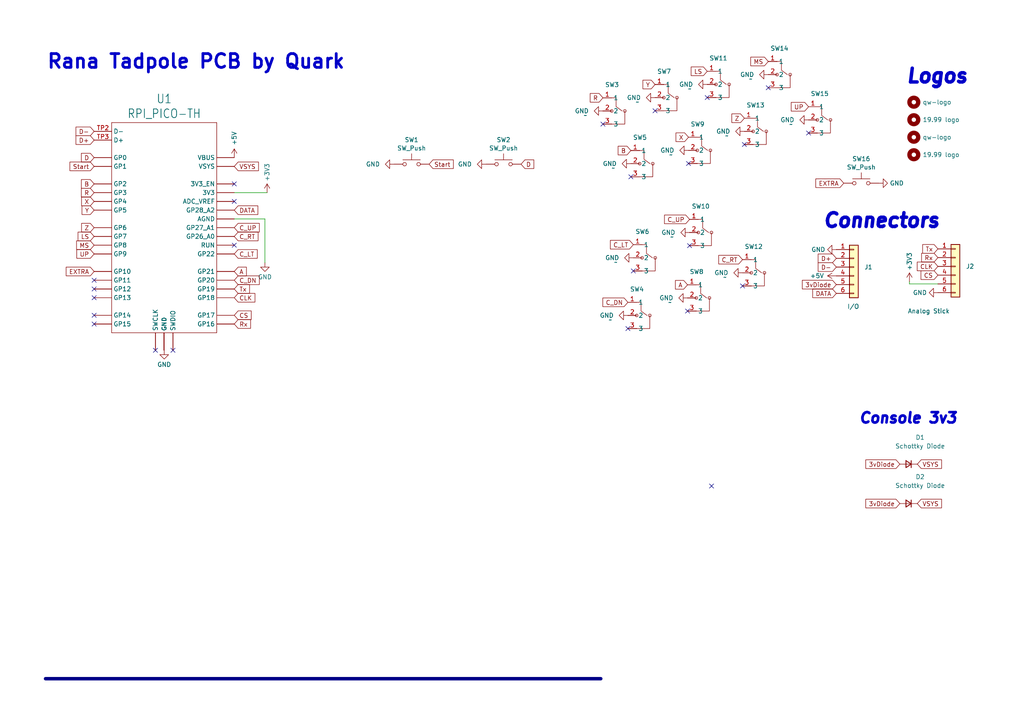
<source format=kicad_sch>
(kicad_sch (version 20230121) (generator eeschema)
  (paper "A4")
  (lib_symbols
    (symbol "Connector_Generic:Conn_01x06" (pin_names (offset 1.016) hide)
      (property "Reference" "J" (at 0 7.62 0))
      (property "Value" "Conn_01x06" (at 0 -10.16 0))
      (symbol "Conn_01x06_1_1"
        (rectangle (start -1.27 -7.493) (end 0 -7.747) (stroke (width 0.1524)))
        (rectangle (start -1.27 -4.953) (end 0 -5.207) (stroke (width 0.1524)))
        (rectangle (start -1.27 -2.413) (end 0 -2.667) (stroke (width 0.1524)))
        (rectangle (start -1.27 0.127) (end 0 -0.127) (stroke (width 0.1524)))
        (rectangle (start -1.27 2.667) (end 0 2.413) (stroke (width 0.1524)))
        (rectangle (start -1.27 5.207) (end 0 4.953) (stroke (width 0.1524)))
        (rectangle (start -1.27 6.35) (end 1.27 -8.89) (stroke (width 0.254)) (fill (type background)))
        (pin passive line (at -5.08 5.08 0) (length 3.81) (name "Pin_1") (number "1"))
        (pin passive line (at -5.08 2.54 0) (length 3.81) (name "Pin_2") (number "2"))
        (pin passive line (at -5.08 0 0) (length 3.81) (name "Pin_3") (number "3"))
        (pin passive line (at -5.08 -2.54 0) (length 3.81) (name "Pin_4") (number "4"))
        (pin passive line (at -5.08 -5.08 0) (length 3.81) (name "Pin_5") (number "5"))
        (pin passive line (at -5.08 -7.62 0) (length 3.81) (name "Pin_6") (number "6"))
      )
    )
    (symbol "Device:D_Small" (pin_numbers hide) (pin_names (offset 0.254) hide)
      (property "Reference" "D" (at -1.27 2.032 0))
      (property "Value" "D_Small" (at -3.81 -2.032 0))
      (symbol "D_Small_0_1"
        (polyline (pts (xy -0.762 -1.016) (xy -0.762 1.016)) (stroke (width 0.254)))
        (polyline (pts (xy -0.762 0) (xy 0.762 0)))
        (polyline (pts (xy 0.762 -1.016) (xy -0.762 0) (xy 0.762 1.016) (xy 0.762 -1.016)) (stroke (width 0.254)))
      )
      (symbol "D_Small_1_1"
        (pin passive line (at -2.54 0 0) (length 1.778) (name "K") (number "1"))
        (pin passive line (at 2.54 0 180) (length 1.778) (name "A") (number "2"))
      )
    )
    (symbol "GND_1" (power) (pin_names (offset 0))
      (property "Value" "GND_1" (at 0 -3.81 0))
      (symbol "GND_1_0_1"
        (polyline (pts (xy 0 0) (xy 0 -1.27) (xy 1.27 -1.27) (xy 0 -2.54) (xy -1.27 -1.27) (xy 0 -1.27)))
      )
      (symbol "GND_1_1_1"
        (pin power_in line (at 0 0 270) (length 0) hide (name "GND") (number "1"))
      )
    )
    (symbol "Mechanical:MountingHole" (pin_names (offset 1.016))
      (property "Reference" "H" (at 0 5.08 0))
      (property "Value" "MountingHole" (at 0 3.175 0))
      (symbol "MountingHole_0_1"
        (circle (center 0 0) (radius 1.27) (stroke (width 1.27)))
      )
    )
    (symbol "OF1 v1-eagle-import:RPI_PICO-TH"
      (property "Value" "RPI_PICO-TH" (at 0 43.18 0))
      (symbol "RPI_PICO-TH_1_0"
        (polyline (pts (xy -15.24 -25.4) (xy 15.24 -25.4)) (stroke (width 0.1524)))
        (polyline (pts (xy -15.24 35.56) (xy -15.24 -25.4)) (stroke (width 0.1524)))
        (polyline (pts (xy 15.24 -25.4) (xy 15.24 35.56)) (stroke (width 0.1524)))
        (polyline (pts (xy 15.24 35.56) (xy -15.24 35.56)) (stroke (width 0.1524)))
        (pin bidirectional line (at 20.32 15.24 180) (length 5.08) (name "3V3") (number "3V3"))
        (pin bidirectional line (at 20.32 17.78 180) (length 5.08) (name "3V3_EN") (number "3V3_EN"))
        (pin bidirectional line (at 20.32 12.7 180) (length 5.08) (name "ADC_VREF") (number "ADC_VREF"))
        (pin bidirectional line (at 20.32 7.62 180) (length 5.08) (name "AGND") (number "AGND"))
        (pin bidirectional line (at 0 -30.48 90) (length 5.08) (name "GND") (number "GND@1"))
        (pin bidirectional line (at 0 -30.48 90) (length 5.08) (name "GND") (number "GND@2"))
        (pin bidirectional line (at 0 -30.48 90) (length 5.08) (name "GND") (number "GND@3"))
        (pin bidirectional line (at 0 -30.48 90) (length 5.08) (name "GND") (number "GND@4"))
        (pin bidirectional line (at 0 -30.48 90) (length 5.08) (name "GND") (number "GND@5"))
        (pin bidirectional line (at 0 -30.48 90) (length 5.08) (name "GND") (number "GND@6"))
        (pin bidirectional line (at 0 -30.48 90) (length 5.08) (name "GND") (number "GND@7"))
        (pin bidirectional line (at 0 -30.48 90) (length 5.08) (name "GND") (number "GND@8"))
        (pin bidirectional line (at -20.32 25.4 0) (length 5.08) (name "GP0") (number "GP0"))
        (pin bidirectional line (at -20.32 22.86 0) (length 5.08) (name "GP1") (number "GP1"))
        (pin bidirectional line (at -20.32 -7.62 0) (length 5.08) (name "GP10") (number "GP10"))
        (pin bidirectional line (at -20.32 -10.16 0) (length 5.08) (name "GP11") (number "GP11"))
        (pin bidirectional line (at -20.32 -12.7 0) (length 5.08) (name "GP12") (number "GP12"))
        (pin bidirectional line (at -20.32 -15.24 0) (length 5.08) (name "GP13") (number "GP13"))
        (pin bidirectional line (at -20.32 -20.32 0) (length 5.08) (name "GP14") (number "GP14"))
        (pin bidirectional line (at -20.32 -22.86 0) (length 5.08) (name "GP15") (number "GP15"))
        (pin bidirectional line (at 20.32 -22.86 180) (length 5.08) (name "GP16") (number "GP16"))
        (pin bidirectional line (at 20.32 -20.32 180) (length 5.08) (name "GP17") (number "GP17"))
        (pin bidirectional line (at 20.32 -15.24 180) (length 5.08) (name "GP18") (number "GP18"))
        (pin bidirectional line (at 20.32 -12.7 180) (length 5.08) (name "GP19") (number "GP19"))
        (pin bidirectional line (at -20.32 17.78 0) (length 5.08) (name "GP2") (number "GP2"))
        (pin bidirectional line (at 20.32 -10.16 180) (length 5.08) (name "GP20") (number "GP20"))
        (pin bidirectional line (at 20.32 -7.62 180) (length 5.08) (name "GP21") (number "GP21"))
        (pin bidirectional line (at 20.32 -2.54 180) (length 5.08) (name "GP22") (number "GP22"))
        (pin bidirectional line (at 20.32 2.54 180) (length 5.08) (name "GP26_A0") (number "GP26_A0"))
        (pin bidirectional line (at 20.32 5.08 180) (length 5.08) (name "GP27_A1") (number "GP27_A1"))
        (pin bidirectional line (at 20.32 10.16 180) (length 5.08) (name "GP28_A2") (number "GP28_A2"))
        (pin bidirectional line (at -20.32 15.24 0) (length 5.08) (name "GP3") (number "GP3"))
        (pin bidirectional line (at -20.32 12.7 0) (length 5.08) (name "GP4") (number "GP4"))
        (pin bidirectional line (at -20.32 10.16 0) (length 5.08) (name "GP5") (number "GP5"))
        (pin bidirectional line (at -20.32 5.08 0) (length 5.08) (name "GP6") (number "GP6"))
        (pin bidirectional line (at -20.32 2.54 0) (length 5.08) (name "GP7") (number "GP7"))
        (pin bidirectional line (at -20.32 0 0) (length 5.08) (name "GP8") (number "GP8"))
        (pin bidirectional line (at -20.32 -2.54 0) (length 5.08) (name "GP9") (number "GP9"))
        (pin bidirectional line (at 20.32 0 180) (length 5.08) (name "RUN") (number "RUN"))
        (pin bidirectional line (at -2.54 -30.48 90) (length 5.08) (name "SWCLK") (number "SWCLK"))
        (pin bidirectional line (at 2.54 -30.48 90) (length 5.08) (name "SWDIO") (number "SWDIO"))
        (pin bidirectional line (at -20.32 33.02 0) (length 5.08) (name "D-") (number "TP2"))
        (pin bidirectional line (at -20.32 30.48 0) (length 5.08) (name "D+") (number "TP3"))
        (pin bidirectional line (at 20.32 25.4 180) (length 5.08) (name "VBUS") (number "VBUS"))
        (pin bidirectional line (at 20.32 22.86 180) (length 5.08) (name "VSYS") (number "VSYS"))
      )
    )
    (symbol "Switch:SW_Push" (pin_numbers hide) (pin_names (offset 1.016) hide)
      (property "Reference" "SW" (at 1.27 2.54 0))
      (property "Value" "SW_Push" (at 0 -1.524 0))
      (symbol "SW_Push_0_1"
        (circle (center -2.032 0) (radius 0.508))
        (polyline (pts (xy 0 1.27) (xy 0 3.048)))
        (polyline (pts (xy 2.54 1.27) (xy -2.54 1.27)))
        (circle (center 2.032 0) (radius 0.508))
        (pin passive line (at -5.08 0 0) (length 2.54) (name "1") (number "1"))
        (pin passive line (at 5.08 0 180) (length 2.54) (name "2") (number "2"))
      )
    )
    (symbol "power:+3V3" (power) (pin_names (offset 0))
      (property "Value" "+3V3" (at 0 3.556 0))
      (symbol "+3V3_0_1"
        (polyline (pts (xy -0.762 1.27) (xy 0 2.54)))
        (polyline (pts (xy 0 0) (xy 0 2.54)))
        (polyline (pts (xy 0 2.54) (xy 0.762 1.27)))
      )
      (symbol "+3V3_1_1"
        (pin power_in line (at 0 0 90) (length 0) hide (name "+3V3") (number "1"))
      )
    )
    (symbol "power:+5V" (power) (pin_names (offset 0))
      (property "Value" "+5V" (at 0 3.556 0))
      (symbol "+5V_0_1"
        (polyline (pts (xy -0.762 1.27) (xy 0 2.54)))
        (polyline (pts (xy 0 0) (xy 0 2.54)))
        (polyline (pts (xy 0 2.54) (xy 0.762 1.27)))
      )
      (symbol "+5V_1_1"
        (pin power_in line (at 0 0 90) (length 0) hide (name "+5V") (number "1"))
      )
    )
    (symbol "ranatadpole:RanaTadpole"
      (property "Reference" "SW" (at 0 -6.35 0))
      (symbol "RanaTadpole_0_1"
        (polyline (pts (xy 0 -3.81) (xy 3.81 -3.81) (xy 3.81 0)))
        (polyline (pts (xy 0 3.81) (xy 1.27 3.81) (xy 1.27 1.27) (xy 3.0089 -0.0083)))
        (circle (center 0 0) (radius 0.3963))
        (circle (center 3.81 0) (radius 0.3963))
      )
      (symbol "RanaTadpole_1_1"
        (pin passive line (at -2.54 3.81 0) (length 2.54) (name "1") (number "1"))
        (pin passive line (at -2.54 0 0) (length 2.54) (name "2") (number "2"))
        (pin passive line (at -2.54 -3.81 0) (length 2.54) (name "3") (number "3"))
      )
    )
  )
  (no_connect (at 205.1304 28.2956))
  (no_connect (at 67.945 71.12))
  (no_connect (at 199.9996 71.247))
  (no_connect (at 50.165 101.6))
  (no_connect (at 45.085 101.6))
  (no_connect (at 206.375 140.97))
  (no_connect (at 182.118 95.3008))
  (no_connect (at 215.3666 82.931))
  (no_connect (at 199.4154 90.2208))
  (no_connect (at 189.992 32.131))
  (no_connect (at 215.9 41.91))
  (no_connect (at 67.945 53.34))
  (no_connect (at 67.945 58.42))
  (no_connect (at 174.879 35.9918))
  (no_connect (at 27.305 81.28))
  (no_connect (at 182.9816 51.2826))
  (no_connect (at 27.305 93.98))
  (no_connect (at 27.305 83.82))
  (no_connect (at 27.305 91.44))
  (no_connect (at 199.6948 47.4218))
  (no_connect (at 27.305 86.36))
  (no_connect (at 222.8342 25.4508))
  (no_connect (at 234.5182 38.5826))
  (no_connect (at 325.755 116.205))
  (no_connect (at 183.6928 78.5876))
  (wire (pts (xy 263.779 82.3468) (xy 263.779 81.7118)))
  (wire (pts (xy 67.945 63.5) (xy 76.835 63.5)))
  (wire (pts (xy 272.034 82.3468) (xy 263.779 82.3468)))
  (wire (pts (xy 67.945 55.88) (xy 77.47 55.88)))
  (wire (pts (xy 76.835 63.5) (xy 76.835 76.2)))
  (bus (pts (xy 13.208 196.85) (xy 174.244 196.85)) (stroke (width 1)))
  (text "Rana Tadpole PCB by Quark" (at 100.33 20.32 0) (effects (font (size 4 4) (thickness 0.8) bold) (justify right bottom)))
  (text "Console 3v3" (at 248.92 123.19 0) (effects (font (size 3 3) (thickness 2) bold italic) (justify left bottom)))
  (text "Logos" (at 262.509 24.5618 0) (effects (font (size 4 4) (thickness 2) bold italic) (justify left bottom)))
  (text "Connectors" (at 238.379 66.4718 0) (effects (font (size 4 4) (thickness 2) bold italic) (justify left bottom)))
  (global_label "LS" (shape input) (at 27.305 68.58 180) (property "Intersheetrefs" "${INTERSHEET_REFS}" (effects hide)))
  (global_label "C_LT" (shape input) (at 183.6928 70.9676 180) (property "Intersheetrefs" "${INTERSHEET_REFS}" (effects hide)))
  (global_label "MS" (shape input) (at 222.8342 17.8308 180) (property "Intersheetrefs" "${INTERSHEET_REFS}" (effects hide)))
  (global_label "Y" (shape input) (at 189.992 24.511 180) (property "Intersheetrefs" "${INTERSHEET_REFS}" (effects hide)))
  (global_label "Rx" (shape input) (at 272.034 74.7268 180) (property "Intersheetrefs" "${INTERSHEET_REFS}" (effects hide)))
  (global_label "D+" (shape input) (at 27.305 40.64 180) (property "Intersheetrefs" "${INTERSHEET_REFS}" (effects hide)))
  (global_label "UP" (shape input) (at 27.305 73.66 180) (property "Intersheetrefs" "${INTERSHEET_REFS}" (effects hide)))
  (global_label "X" (shape input) (at 199.6948 39.8018 180) (property "Intersheetrefs" "${INTERSHEET_REFS}" (effects hide)))
  (global_label "MS" (shape input) (at 27.305 71.12 180) (property "Intersheetrefs" "${INTERSHEET_REFS}" (effects hide)))
  (global_label "D" (shape input) (at 27.305 45.72 180) (property "Intersheetrefs" "${INTERSHEET_REFS}" (effects hide)))
  (global_label "C_DN" (shape input) (at 67.945 81.28 0) (property "Intersheetrefs" "${INTERSHEET_REFS}" (effects hide)))
  (global_label "Y" (shape input) (at 27.305 60.96 180) (property "Intersheetrefs" "${INTERSHEET_REFS}" (effects hide)))
  (global_label "LS" (shape input) (at 205.1304 20.6756 180) (property "Intersheetrefs" "${INTERSHEET_REFS}" (effects hide)))
  (global_label "R" (shape input) (at 174.879 28.3718 180) (property "Intersheetrefs" "${INTERSHEET_REFS}" (effects hide)))
  (global_label "VSYS" (shape input) (at 67.945 48.26 0) (property "Intersheetrefs" "${INTERSHEET_REFS}" (effects hide)))
  (global_label "C_DN" (shape input) (at 182.118 87.6808 180) (property "Intersheetrefs" "${INTERSHEET_REFS}" (effects hide)))
  (global_label "DATA" (shape input) (at 67.945 60.96 0) (property "Intersheetrefs" "${INTERSHEET_REFS}" (effects hide)))
  (global_label "DATA" (shape input) (at 242.57 85.09 180) (property "Intersheetrefs" "${INTERSHEET_REFS}" (effects hide)))
  (global_label "3vDiode" (shape input) (at 242.57 82.55 180) (property "Intersheetrefs" "${INTERSHEET_REFS}" (effects hide)))
  (global_label "D" (shape input) (at 151.13 47.625 0) (property "Intersheetrefs" "${INTERSHEET_REFS}" (effects hide)))
  (global_label "C_RT" (shape input) (at 215.3666 75.311 180) (property "Intersheetrefs" "${INTERSHEET_REFS}" (effects hide)))
  (global_label "3vDiode" (shape input) (at 260.985 146.05 180) (property "Intersheetrefs" "${INTERSHEET_REFS}" (effects hide)))
  (global_label "EXTRA" (shape input) (at 244.729 53.1368 180) (property "Intersheetrefs" "${INTERSHEET_REFS}" (effects hide)))
  (global_label "D+" (shape input) (at 242.57 74.93 180) (property "Intersheetrefs" "${INTERSHEET_REFS}" (effects hide)))
  (global_label "B" (shape input) (at 27.305 53.34 180) (property "Intersheetrefs" "${INTERSHEET_REFS}" (effects hide)))
  (global_label "Tx" (shape input) (at 272.034 72.1868 180) (property "Intersheetrefs" "${INTERSHEET_REFS}" (effects hide)))
  (global_label "C_UP" (shape input) (at 67.945 66.04 0) (property "Intersheetrefs" "${INTERSHEET_REFS}" (effects hide)))
  (global_label "UP" (shape input) (at 234.5182 30.9626 180) (property "Intersheetrefs" "${INTERSHEET_REFS}" (effects hide)))
  (global_label "Start" (shape input) (at 27.305 48.26 180) (property "Intersheetrefs" "${INTERSHEET_REFS}" (effects hide)))
  (global_label "C_UP" (shape input) (at 199.9996 63.627 180) (property "Intersheetrefs" "${INTERSHEET_REFS}" (effects hide)))
  (global_label "VSYS" (shape input) (at 266.065 134.62 0) (property "Intersheetrefs" "${INTERSHEET_REFS}" (effects hide)))
  (global_label "X" (shape input) (at 27.305 58.42 180) (property "Intersheetrefs" "${INTERSHEET_REFS}" (effects hide)))
  (global_label "R" (shape input) (at 27.305 55.88 180) (property "Intersheetrefs" "${INTERSHEET_REFS}" (effects hide)))
  (global_label "Tx" (shape input) (at 67.945 83.82 0) (property "Intersheetrefs" "${INTERSHEET_REFS}" (effects hide)))
  (global_label "C_LT" (shape input) (at 67.945 73.66 0) (property "Intersheetrefs" "${INTERSHEET_REFS}" (effects hide)))
  (global_label "Start" (shape input) (at 124.46 47.625 0) (property "Intersheetrefs" "${INTERSHEET_REFS}" (effects hide)))
  (global_label "Rx" (shape input) (at 67.945 93.98 0) (property "Intersheetrefs" "${INTERSHEET_REFS}" (effects hide)))
  (global_label "A" (shape input) (at 199.4154 82.6008 180) (property "Intersheetrefs" "${INTERSHEET_REFS}" (effects hide)))
  (global_label "Z" (shape input) (at 215.9 34.29 180) (property "Intersheetrefs" "${INTERSHEET_REFS}" (effects hide)))
  (global_label "CS" (shape input) (at 272.034 79.8068 180) (property "Intersheetrefs" "${INTERSHEET_REFS}" (effects hide)))
  (global_label "CLK" (shape input) (at 67.945 86.36 0) (property "Intersheetrefs" "${INTERSHEET_REFS}" (effects hide)))
  (global_label "3vDiode" (shape input) (at 260.985 134.62 180) (property "Intersheetrefs" "${INTERSHEET_REFS}" (effects hide)))
  (global_label "C_RT" (shape input) (at 67.945 68.58 0) (property "Intersheetrefs" "${INTERSHEET_REFS}" (effects hide)))
  (global_label "B" (shape input) (at 182.9816 43.6626 180) (property "Intersheetrefs" "${INTERSHEET_REFS}" (effects hide)))
  (global_label "CLK" (shape input) (at 272.034 77.2668 180) (property "Intersheetrefs" "${INTERSHEET_REFS}" (effects hide)))
  (global_label "EXTRA" (shape input) (at 27.305 78.74 180) (property "Intersheetrefs" "${INTERSHEET_REFS}" (effects hide)))
  (global_label "VSYS" (shape input) (at 266.065 146.05 0) (property "Intersheetrefs" "${INTERSHEET_REFS}" (effects hide)))
  (global_label "D-" (shape input) (at 242.57 77.47 180) (property "Intersheetrefs" "${INTERSHEET_REFS}" (effects hide)))
  (global_label "CS" (shape input) (at 67.945 91.44 0) (property "Intersheetrefs" "${INTERSHEET_REFS}" (effects hide)))
  (global_label "Z" (shape input) (at 27.305 66.04 180) (property "Intersheetrefs" "${INTERSHEET_REFS}" (effects hide)))
  (global_label "D-" (shape input) (at 27.305 38.1 180) (property "Intersheetrefs" "${INTERSHEET_REFS}" (effects hide)))
  (global_label "A" (shape input) (at 67.945 78.74 0) (property "Intersheetrefs" "${INTERSHEET_REFS}" (effects hide)))
  (symbol (lib_name "GND_1") (lib_id "power:GND") (at 222.8342 21.6408 270) (unit 1)
    (property "Reference" "#PWR018" (effects hide))
    (property "Value" "GND" (at 218.7448 21.6408 90) (effects (justify right)))
  )
  (symbol (lib_id "Mechanical:MountingHole") (at 265.049 44.8818 0) (unit 1) (in_bom no)
    (property "Reference" "H4" (effects hide))
    (property "Value" "19.99 logo" (at 267.589 44.8818 0) (effects (justify left)))
    (property "Footprint" "1999:1999 logo md" (effects hide))
  )
  (symbol (lib_name "GND_1") (lib_id "power:GND") (at 254.889 53.1368 90) (unit 1)
    (property "Reference" "#PWR022" (effects hide))
    (property "Value" "GND" (at 258.064 53.1368 90) (effects (justify right)))
  )
  (symbol (lib_id "power:+3V3") (at 77.47 55.88 0) (unit 1)
    (property "Reference" "#PWR04" (effects hide))
    (property "Value" "+3V3" (at 77.47 47.3456 90) (effects (justify right)))
  )
  (symbol (lib_name "GND_1") (lib_id "power:GND") (at 174.879 32.1818 270) (unit 1)
    (property "Reference" "#PWR07" (effects hide))
    (property "Value" "GND" (at 170.7896 32.1818 90) (effects (justify right)))
  )
  (symbol (lib_name "GND_1") (lib_id "power:GND") (at 199.6948 43.6118 270) (unit 1)
    (property "Reference" "#PWR013" (effects hide))
    (property "Value" "GND" (at 195.6054 43.6118 90) (effects (justify right)))
  )
  (symbol (lib_name "GND_1") (lib_id "power:GND") (at 215.9 38.1 270) (unit 1)
    (property "Reference" "#PWR017" (effects hide))
    (property "Value" "GND" (at 211.8106 38.1 90) (effects (justify right)))
  )
  (symbol (lib_name "GND_1") (lib_id "power:GND") (at 242.57 72.39 270) (unit 1)
    (property "Reference" "#PWR020" (effects hide))
    (property "Value" "GND" (at 239.395 72.39 90) (effects (justify right)))
  )
  (symbol (lib_id "Switch:SW_Push") (at 249.809 53.1368 0) (unit 1)
    (property "Reference" "SW16" (at 249.809 46.0715 0))
    (property "Value" "SW_Push" (at 249.809 48.4957 0))
    (property "Footprint" "Connector_JST:JST_PH_S2B-PH-K_1x02_P2.00mm_Horizontal" (effects hide))
  )
  (symbol (lib_id "ranatadpole:RanaTadpole") (at 217.9066 79.121 0) (unit 1)
    (property "Reference" "SW12" (at 215.9605 71.5218 0) (effects (justify left)))
    (property "Value" "~" (at 210.2866 80.391 0))
    (property "Footprint" "Buttons:RanaTadpole" (effects hide))
    (property "LCSC" "C400256" (effects hide))
  )
  (symbol (lib_id "power:+5V") (at 242.57 80.01 90) (unit 1)
    (property "Reference" "#PWR021" (effects hide))
    (property "Value" "+5V" (at 239.014 80.01 90) (effects (justify left)))
  )
  (symbol (lib_id "ranatadpole:RanaTadpole") (at 225.3742 21.6408 0) (unit 1)
    (property "Reference" "SW14" (at 223.4281 14.0416 0) (effects (justify left)))
    (property "Value" "~" (at 217.7542 22.9108 0))
    (property "Footprint" "Buttons:RanaTadpole" (effects hide))
    (property "LCSC" "C400256" (effects hide))
  )
  (symbol (lib_name "GND_1") (lib_id "power:GND") (at 272.034 84.8868 270) (unit 1)
    (property "Reference" "#PWR024" (effects hide))
    (property "Value" "GND" (at 268.859 84.8868 90) (effects (justify right)))
  )
  (symbol (lib_id "Connector_Generic:Conn_01x06") (at 277.114 77.2668 0) (unit 1) (in_bom no)
    (property "Reference" "J2" (at 280.162 77.2668 0) (effects (justify left)))
    (property "Value" "Analog Stick" (at 263.271 90.2208 0) (effects (justify left)))
    (property "Footprint" "Connector_JST:JST_PH_S6B-PH-K_1x06_P2.00mm_Horizontal" (effects hide))
  )
  (symbol (lib_id "power:+3V3") (at 263.779 81.7118 0) (unit 1)
    (property "Reference" "#PWR023" (effects hide))
    (property "Value" "+3V3" (at 263.779 73.1774 90) (effects (justify right)))
  )
  (symbol (lib_name "GND_1") (lib_id "power:GND") (at 182.118 91.4908 270) (unit 1)
    (property "Reference" "#PWR08" (effects hide))
    (property "Value" "GND" (at 178.0286 91.4908 90) (effects (justify right)))
  )
  (symbol (lib_name "GND_1") (lib_id "power:GND") (at 199.4154 86.4108 270) (unit 1)
    (property "Reference" "#PWR012" (effects hide))
    (property "Value" "GND" (at 195.326 86.4108 90) (effects (justify right)))
  )
  (symbol (lib_id "Switch:SW_Push") (at 119.38 47.625 0) (unit 1)
    (property "Reference" "SW1" (at 119.38 40.5597 0))
    (property "Value" "SW_Push" (at 119.38 42.9839 0))
    (property "Footprint" "Button_Switch_THT:SW_PUSH_6mm" (effects hide))
  )
  (symbol (lib_name "GND_1") (lib_id "power:GND") (at 189.992 28.321 270) (unit 1)
    (property "Reference" "#PWR011" (effects hide))
    (property "Value" "GND" (at 185.9026 28.321 90) (effects (justify right)))
  )
  (symbol (lib_id "Switch:SW_Push") (at 146.05 47.625 0) (unit 1)
    (property "Reference" "SW2" (at 146.05 40.5597 0))
    (property "Value" "SW_Push" (at 146.05 42.9839 0))
    (property "Footprint" "Button_Switch_THT:SW_PUSH_6mm" (effects hide))
  )
  (symbol (lib_id "Mechanical:MountingHole") (at 265.049 39.8018 0) (unit 1) (in_bom no)
    (property "Reference" "H3" (effects hide))
    (property "Value" "qw-logo" (at 267.589 39.8018 0) (effects (justify left)))
    (property "Footprint" "qw-logo:qw new logo silk + copper sm" (effects hide))
  )
  (symbol (lib_name "GND_1") (lib_id "power:GND") (at 140.97 47.625 270) (unit 1)
    (property "Reference" "#PWR06" (effects hide))
    (property "Value" "GND" (at 136.8806 47.625 90) (effects (justify right)))
  )
  (symbol (lib_id "ranatadpole:RanaTadpole") (at 202.5396 67.437 0) (unit 1)
    (property "Reference" "SW10" (at 200.5935 59.8378 0) (effects (justify left)))
    (property "Value" "~" (at 194.9196 68.707 0))
    (property "Footprint" "Buttons:RanaTadpole" (effects hide))
    (property "LCSC" "C400256" (effects hide))
  )
  (symbol (lib_id "OF1 v1-eagle-import:RPI_PICO-TH") (at 47.625 71.12 0) (unit 1)
    (property "Reference" "U1" (at 47.625 28.6525 0) (effects (font (size 2.54 2.159))))
    (property "Value" "RPI_PICO-TH" (at 47.625 32.9527 0) (effects (font (size 2.54 2.159))))
    (property "Footprint" "RaspberryPi_Pico:RPI_PICO_TH" (effects hide))
  )
  (symbol (lib_id "ranatadpole:RanaTadpole") (at 186.2328 74.7776 0) (unit 1)
    (property "Reference" "SW6" (at 184.2867 67.1784 0) (effects (justify left)))
    (property "Value" "~" (at 178.6128 76.0476 0))
    (property "Footprint" "Buttons:RanaTadpole" (effects hide))
    (property "LCSC" "C400256" (effects hide))
  )
  (symbol (lib_name "GND_1") (lib_id "power:GND") (at 183.6928 74.7776 270) (unit 1)
    (property "Reference" "#PWR010" (effects hide))
    (property "Value" "GND" (at 179.6034 74.7776 90) (effects (justify right)))
  )
  (symbol (lib_id "Device:D_Small") (at 263.525 134.62 180) (unit 1)
    (property "Reference" "D1" (at 266.8778 126.873 0))
    (property "Value" "Schottky Diode" (at 266.8778 129.413 0))
    (property "Footprint" "Diode_SMD:D_SOD-123" (effects hide))
    (property "LCSC" "C8598" (effects hide))
  )
  (symbol (lib_name "GND_1") (lib_id "power:GND") (at 215.3666 79.121 270) (unit 1)
    (property "Reference" "#PWR016" (effects hide))
    (property "Value" "GND" (at 211.2772 79.121 90) (effects (justify right)))
  )
  (symbol (lib_name "GND_1") (lib_id "power:GND") (at 76.835 76.2 0) (unit 1)
    (property "Reference" "#PWR03" (effects hide))
    (property "Value" "GND" (at 76.835 80.3331 0))
  )
  (symbol (lib_name "GND_1") (lib_id "power:GND") (at 182.9816 47.4726 270) (unit 1)
    (property "Reference" "#PWR09" (effects hide))
    (property "Value" "GND" (at 178.8922 47.4726 90) (effects (justify right)))
  )
  (symbol (lib_id "ranatadpole:RanaTadpole") (at 202.2348 43.6118 0) (unit 1)
    (property "Reference" "SW9" (at 200.2887 36.0126 0) (effects (justify left)))
    (property "Value" "~" (at 194.6148 44.8818 0))
    (property "Footprint" "Buttons:RanaTadpole" (effects hide))
    (property "LCSC" "C400256" (effects hide))
  )
  (symbol (lib_id "Device:D_Small") (at 263.525 146.05 180) (unit 1)
    (property "Reference" "D2" (at 266.8778 138.303 0))
    (property "Value" "Schottky Diode" (at 266.8778 140.843 0))
    (property "Footprint" "Diode_THT:D_A-405_P10.16mm_Horizontal" (effects hide))
    (property "LCSC" "C8598" (effects hide))
  )
  (symbol (lib_name "GND_1") (lib_id "power:GND") (at 205.1304 24.4856 270) (unit 1)
    (property "Reference" "#PWR015" (effects hide))
    (property "Value" "GND" (at 201.041 24.4856 90) (effects (justify right)))
  )
  (symbol (lib_name "GND_1") (lib_id "power:GND") (at 234.5182 34.7726 270) (unit 1)
    (property "Reference" "#PWR019" (effects hide))
    (property "Value" "GND" (at 230.4288 34.7726 90) (effects (justify right)))
  )
  (symbol (lib_name "GND_1") (lib_id "power:GND") (at 114.3 47.625 270) (unit 1)
    (property "Reference" "#PWR05" (effects hide))
    (property "Value" "GND" (at 110.2106 47.625 90) (effects (justify right)))
  )
  (symbol (lib_id "ranatadpole:RanaTadpole") (at 237.0582 34.7726 0) (unit 1)
    (property "Reference" "SW15" (at 235.1121 27.1734 0) (effects (justify left)))
    (property "Value" "~" (at 229.4382 36.0426 0))
    (property "Footprint" "Buttons:RanaTadpole" (effects hide))
    (property "LCSC" "C400256" (effects hide))
  )
  (symbol (lib_id "ranatadpole:RanaTadpole") (at 207.6704 24.4856 0) (unit 1)
    (property "Reference" "SW11" (at 205.7243 16.8864 0) (effects (justify left)))
    (property "Value" "~" (at 200.0504 25.7556 0))
    (property "Footprint" "Buttons:RanaTadpole" (effects hide))
    (property "LCSC" "C400256" (effects hide))
  )
  (symbol (lib_id "ranatadpole:RanaTadpole") (at 218.44 38.1 0) (unit 1)
    (property "Reference" "SW13" (at 216.4939 30.5008 0) (effects (justify left)))
    (property "Value" "~" (at 210.82 39.37 0))
    (property "Footprint" "Buttons:RanaTadpole" (effects hide))
    (property "LCSC" "C400256" (effects hide))
  )
  (symbol (lib_id "ranatadpole:RanaTadpole") (at 185.5216 47.4726 0) (unit 1)
    (property "Reference" "SW5" (at 183.5755 39.8734 0) (effects (justify left)))
    (property "Value" "~" (at 177.9016 48.7426 0))
    (property "Footprint" "Buttons:RanaTadpole" (effects hide))
    (property "LCSC" "C400256" (effects hide))
  )
  (symbol (lib_name "GND_1") (lib_id "power:GND") (at 47.625 101.6 0) (unit 1)
    (property "Reference" "#PWR01" (effects hide))
    (property "Value" "GND" (at 47.625 105.7331 0))
  )
  (symbol (lib_id "ranatadpole:RanaTadpole") (at 201.9554 86.4108 0) (unit 1)
    (property "Reference" "SW8" (at 200.0093 78.8116 0) (effects (justify left)))
    (property "Value" "~" (at 194.3354 87.6808 0))
    (property "Footprint" "Buttons:RanaTadpole" (effects hide))
    (property "LCSC" "C400256" (effects hide))
  )
  (symbol (lib_name "GND_1") (lib_id "power:GND") (at 199.9996 67.437 270) (unit 1)
    (property "Reference" "#PWR014" (effects hide))
    (property "Value" "GND" (at 195.9102 67.437 90) (effects (justify right)))
  )
  (symbol (lib_id "Connector_Generic:Conn_01x06") (at 247.65 77.47 0) (unit 1) (in_bom no)
    (property "Reference" "J1" (at 250.698 77.47 0) (effects (justify left)))
    (property "Value" "I/O" (at 245.745 88.9 0) (effects (justify left)))
    (property "Footprint" "Connector_JST:JST_PH_S6B-PH-K_1x06_P2.00mm_Horizontal" (effects hide))
  )
  (symbol (lib_id "Mechanical:MountingHole") (at 265.049 29.6418 0) (unit 1) (in_bom no)
    (property "Reference" "H1" (effects hide))
    (property "Value" "qw-logo" (at 267.589 29.6418 0) (effects (justify left)))
    (property "Footprint" "qw-logo:qw new logo silk + copper sm" (effects hide))
  )
  (symbol (lib_id "ranatadpole:RanaTadpole") (at 192.532 28.321 0) (unit 1)
    (property "Reference" "SW7" (at 190.5859 20.7218 0) (effects (justify left)))
    (property "Value" "~" (at 184.912 29.591 0))
    (property "Footprint" "Buttons:RanaTadpole" (effects hide))
    (property "LCSC" "C400256" (effects hide))
  )
  (symbol (lib_id "power:+5V") (at 67.945 45.72 0) (unit 1)
    (property "Reference" "#PWR02" (effects hide))
    (property "Value" "+5V" (at 67.945 42.164 90) (effects (justify left)))
  )
  (symbol (lib_id "Mechanical:MountingHole") (at 265.049 34.7218 0) (unit 1) (in_bom no)
    (property "Reference" "H2" (effects hide))
    (property "Value" "19.99 logo" (at 267.589 34.7218 0) (effects (justify left)))
    (property "Footprint" "1999:1999 logo md" (effects hide))
  )
  (symbol (lib_id "ranatadpole:RanaTadpole") (at 177.419 32.1818 0) (unit 1)
    (property "Reference" "SW3" (at 175.4729 24.5826 0) (effects (justify left)))
    (property "Value" "~" (at 169.799 33.4518 0))
    (property "Footprint" "Buttons:RanaTadpole" (effects hide))
    (property "LCSC" "C400256" (effects hide))
  )
  (symbol (lib_id "ranatadpole:RanaTadpole") (at 184.658 91.4908 0) (unit 1)
    (property "Reference" "SW4" (at 182.7119 83.8916 0) (effects (justify left)))
    (property "Value" "~" (at 177.038 92.7608 0))
    (property "Footprint" "Buttons:RanaTadpole" (effects hide))
  )
)
</source>
